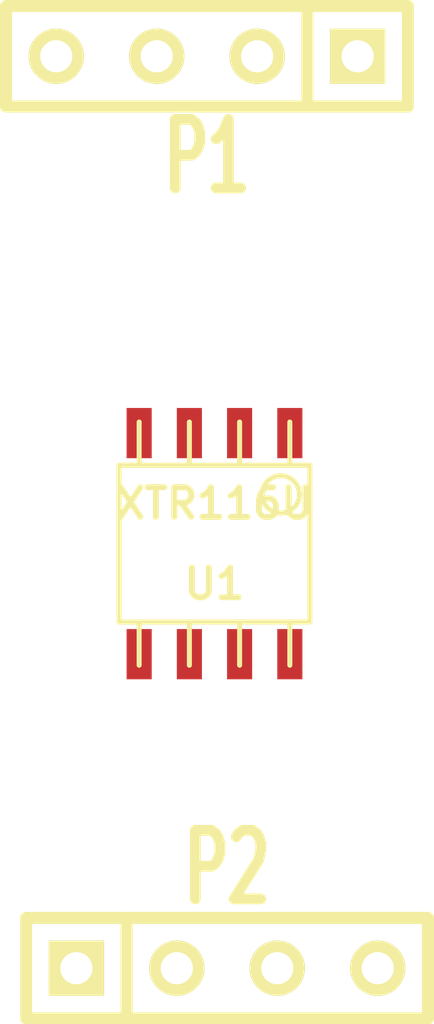
<source format=kicad_pcb>
(kicad_pcb (version 3) (host pcbnew "(2013-07-07 BZR 4022)-stable")

  (general
    (links 4)
    (no_connects 4)
    (area 94.907099 69.40169 106.641901 111.467901)
    (thickness 1.6)
    (drawings 0)
    (tracks 0)
    (zones 0)
    (modules 3)
    (nets 5)
  )

  (page A3)
  (layers
    (15 F.Cu signal)
    (0 B.Cu signal)
    (16 B.Adhes user)
    (17 F.Adhes user)
    (18 B.Paste user)
    (19 F.Paste user)
    (20 B.SilkS user)
    (21 F.SilkS user)
    (22 B.Mask user)
    (23 F.Mask user)
    (24 Dwgs.User user)
    (25 Cmts.User user)
    (26 Eco1.User user)
    (27 Eco2.User user)
    (28 Edge.Cuts user)
  )

  (setup
    (last_trace_width 0.254)
    (trace_clearance 0.254)
    (zone_clearance 0.508)
    (zone_45_only no)
    (trace_min 0.254)
    (segment_width 0.2)
    (edge_width 0.1)
    (via_size 0.889)
    (via_drill 0.635)
    (via_min_size 0.889)
    (via_min_drill 0.508)
    (uvia_size 0.508)
    (uvia_drill 0.127)
    (uvias_allowed no)
    (uvia_min_size 0.508)
    (uvia_min_drill 0.127)
    (pcb_text_width 0.3)
    (pcb_text_size 1.5 1.5)
    (mod_edge_width 0.15)
    (mod_text_size 1 1)
    (mod_text_width 0.15)
    (pad_size 1.5 1.5)
    (pad_drill 0.6)
    (pad_to_mask_clearance 0)
    (aux_axis_origin 0 0)
    (visible_elements FFFFFBBF)
    (pcbplotparams
      (layerselection 3178497)
      (usegerberextensions true)
      (excludeedgelayer true)
      (linewidth 0.150000)
      (plotframeref false)
      (viasonmask false)
      (mode 1)
      (useauxorigin false)
      (hpglpennumber 1)
      (hpglpenspeed 20)
      (hpglpendiameter 15)
      (hpglpenoverlay 2)
      (psnegative false)
      (psa4output false)
      (plotreference true)
      (plotvalue true)
      (plotothertext true)
      (plotinvisibletext false)
      (padsonsilk false)
      (subtractmaskfromsilk false)
      (outputformat 1)
      (mirror false)
      (drillshape 1)
      (scaleselection 1)
      (outputdirectory ""))
  )

  (net 0 "")
  (net 1 N-000003)
  (net 2 N-000006)
  (net 3 N-000007)
  (net 4 N-000008)

  (net_class Default "This is the default net class."
    (clearance 0.254)
    (trace_width 0.254)
    (via_dia 0.889)
    (via_drill 0.635)
    (uvia_dia 0.508)
    (uvia_drill 0.127)
    (add_net "")
    (add_net N-000003)
    (add_net N-000006)
    (add_net N-000007)
    (add_net N-000008)
  )

  (module so-8 (layer F.Cu) (tedit 48A6C16E) (tstamp 548311C3)
    (at 100.5205 87.884 180)
    (descr SO-8)
    (path /54830CB2)
    (attr smd)
    (fp_text reference U1 (at 0 -1.016 180) (layer F.SilkS)
      (effects (font (size 0.7493 0.7493) (thickness 0.14986)))
    )
    (fp_text value XTR116U (at 0 1.016 180) (layer F.SilkS)
      (effects (font (size 0.7493 0.7493) (thickness 0.14986)))
    )
    (fp_line (start -2.413 -1.9812) (end -2.413 1.9812) (layer F.SilkS) (width 0.127))
    (fp_line (start -2.413 1.9812) (end 2.413 1.9812) (layer F.SilkS) (width 0.127))
    (fp_line (start 2.413 1.9812) (end 2.413 -1.9812) (layer F.SilkS) (width 0.127))
    (fp_line (start 2.413 -1.9812) (end -2.413 -1.9812) (layer F.SilkS) (width 0.127))
    (fp_line (start -1.905 -1.9812) (end -1.905 -3.0734) (layer F.SilkS) (width 0.127))
    (fp_line (start -0.635 -1.9812) (end -0.635 -3.0734) (layer F.SilkS) (width 0.127))
    (fp_line (start 0.635 -1.9812) (end 0.635 -3.0734) (layer F.SilkS) (width 0.127))
    (fp_line (start 1.905 -3.0734) (end 1.905 -1.9812) (layer F.SilkS) (width 0.127))
    (fp_line (start 1.905 1.9812) (end 1.905 3.0734) (layer F.SilkS) (width 0.127))
    (fp_line (start 0.635 3.0734) (end 0.635 1.9812) (layer F.SilkS) (width 0.127))
    (fp_line (start -0.635 3.0734) (end -0.635 1.9812) (layer F.SilkS) (width 0.127))
    (fp_line (start -1.905 3.0734) (end -1.905 1.9812) (layer F.SilkS) (width 0.127))
    (fp_circle (center -1.6764 1.2446) (end -1.9558 1.6256) (layer F.SilkS) (width 0.127))
    (pad 1 smd rect (at -1.905 2.794 180) (size 0.635 1.27)
      (layers F.Cu F.Paste F.Mask)
      (net 4 N-000008)
    )
    (pad 2 smd rect (at -0.635 2.794 180) (size 0.635 1.27)
      (layers F.Cu F.Paste F.Mask)
      (net 3 N-000007)
    )
    (pad 3 smd rect (at 0.635 2.794 180) (size 0.635 1.27)
      (layers F.Cu F.Paste F.Mask)
      (net 2 N-000006)
    )
    (pad 4 smd rect (at 1.905 2.794 180) (size 0.635 1.27)
      (layers F.Cu F.Paste F.Mask)
    )
    (pad 5 smd rect (at 1.905 -2.794 180) (size 0.635 1.27)
      (layers F.Cu F.Paste F.Mask)
    )
    (pad 6 smd rect (at 0.635 -2.794 180) (size 0.635 1.27)
      (layers F.Cu F.Paste F.Mask)
      (net 1 N-000003)
    )
    (pad 7 smd rect (at -0.635 -2.794 180) (size 0.635 1.27)
      (layers F.Cu F.Paste F.Mask)
    )
    (pad 8 smd rect (at -1.905 -2.794 180) (size 0.635 1.27)
      (layers F.Cu F.Paste F.Mask)
    )
    (model smd/smd_dil/so-8.wrl
      (at (xyz 0 0 0))
      (scale (xyz 1 1 1))
      (rotate (xyz 0 0 0))
    )
  )

  (module SIL-4 (layer F.Cu) (tedit 200000) (tstamp 548311D2)
    (at 100.33 75.565 180)
    (descr "Connecteur 4 pibs")
    (tags "CONN DEV")
    (path /54830CC1)
    (fp_text reference P1 (at 0 -2.54 180) (layer F.SilkS)
      (effects (font (size 1.73482 1.08712) (thickness 0.3048)))
    )
    (fp_text value CONN_4 (at 0 -2.54 180) (layer F.SilkS) hide
      (effects (font (size 1.524 1.016) (thickness 0.3048)))
    )
    (fp_line (start -5.08 -1.27) (end -5.08 -1.27) (layer F.SilkS) (width 0.3048))
    (fp_line (start -5.08 1.27) (end -5.08 -1.27) (layer F.SilkS) (width 0.3048))
    (fp_line (start -5.08 -1.27) (end -5.08 -1.27) (layer F.SilkS) (width 0.3048))
    (fp_line (start -5.08 -1.27) (end 5.08 -1.27) (layer F.SilkS) (width 0.3048))
    (fp_line (start 5.08 -1.27) (end 5.08 1.27) (layer F.SilkS) (width 0.3048))
    (fp_line (start 5.08 1.27) (end -5.08 1.27) (layer F.SilkS) (width 0.3048))
    (fp_line (start -2.54 1.27) (end -2.54 -1.27) (layer F.SilkS) (width 0.3048))
    (pad 1 thru_hole rect (at -3.81 0 180) (size 1.397 1.397) (drill 0.8128)
      (layers *.Cu *.Mask F.SilkS)
      (net 4 N-000008)
    )
    (pad 2 thru_hole circle (at -1.27 0 180) (size 1.397 1.397) (drill 0.8128)
      (layers *.Cu *.Mask F.SilkS)
      (net 3 N-000007)
    )
    (pad 3 thru_hole circle (at 1.27 0 180) (size 1.397 1.397) (drill 0.8128)
      (layers *.Cu *.Mask F.SilkS)
      (net 2 N-000006)
    )
    (pad 4 thru_hole circle (at 3.81 0 180) (size 1.397 1.397) (drill 0.8128)
      (layers *.Cu *.Mask F.SilkS)
    )
  )

  (module SIL-4 (layer F.Cu) (tedit 200000) (tstamp 548311E1)
    (at 100.838 98.6155)
    (descr "Connecteur 4 pibs")
    (tags "CONN DEV")
    (path /54830CCE)
    (fp_text reference P2 (at 0 -2.54) (layer F.SilkS)
      (effects (font (size 1.73482 1.08712) (thickness 0.3048)))
    )
    (fp_text value CONN_4 (at 0 -2.54) (layer F.SilkS) hide
      (effects (font (size 1.524 1.016) (thickness 0.3048)))
    )
    (fp_line (start -5.08 -1.27) (end -5.08 -1.27) (layer F.SilkS) (width 0.3048))
    (fp_line (start -5.08 1.27) (end -5.08 -1.27) (layer F.SilkS) (width 0.3048))
    (fp_line (start -5.08 -1.27) (end -5.08 -1.27) (layer F.SilkS) (width 0.3048))
    (fp_line (start -5.08 -1.27) (end 5.08 -1.27) (layer F.SilkS) (width 0.3048))
    (fp_line (start 5.08 -1.27) (end 5.08 1.27) (layer F.SilkS) (width 0.3048))
    (fp_line (start 5.08 1.27) (end -5.08 1.27) (layer F.SilkS) (width 0.3048))
    (fp_line (start -2.54 1.27) (end -2.54 -1.27) (layer F.SilkS) (width 0.3048))
    (pad 1 thru_hole rect (at -3.81 0) (size 1.397 1.397) (drill 0.8128)
      (layers *.Cu *.Mask F.SilkS)
    )
    (pad 2 thru_hole circle (at -1.27 0) (size 1.397 1.397) (drill 0.8128)
      (layers *.Cu *.Mask F.SilkS)
      (net 1 N-000003)
    )
    (pad 3 thru_hole circle (at 1.27 0) (size 1.397 1.397) (drill 0.8128)
      (layers *.Cu *.Mask F.SilkS)
    )
    (pad 4 thru_hole circle (at 3.81 0) (size 1.397 1.397) (drill 0.8128)
      (layers *.Cu *.Mask F.SilkS)
    )
  )

)

</source>
